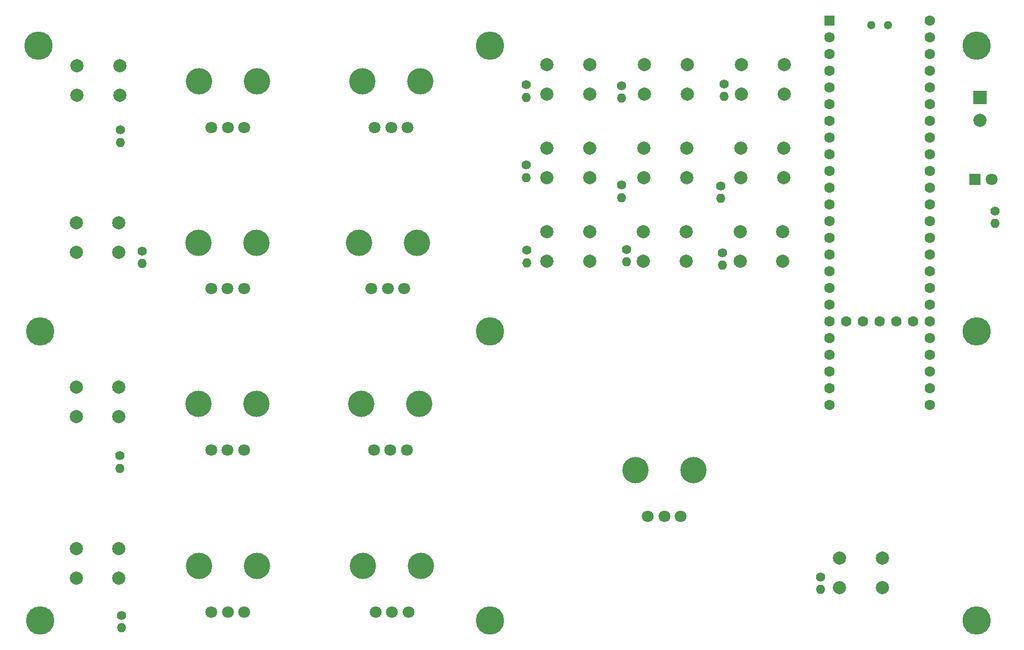
<source format=gbr>
%TF.GenerationSoftware,KiCad,Pcbnew,(5.1.4-0-10_14)*%
%TF.CreationDate,2020-08-27T08:39:53+02:00*%
%TF.ProjectId,the_mvp_v1.1,7468655f-6d76-4705-9f76-312e312e6b69,1.1*%
%TF.SameCoordinates,Original*%
%TF.FileFunction,Soldermask,Top*%
%TF.FilePolarity,Negative*%
%FSLAX46Y46*%
G04 Gerber Fmt 4.6, Leading zero omitted, Abs format (unit mm)*
G04 Created by KiCad (PCBNEW (5.1.4-0-10_14)) date 2020-08-27 08:39:53*
%MOMM*%
%LPD*%
G04 APERTURE LIST*
%ADD10C,2.000000*%
%ADD11C,4.300000*%
%ADD12O,1.400000X1.400000*%
%ADD13C,1.400000*%
%ADD14C,1.800000*%
%ADD15R,1.800000X1.800000*%
%ADD16R,2.000000X2.000000*%
%ADD17C,1.300000*%
%ADD18C,1.600000*%
%ADD19R,1.600000X1.600000*%
%ADD20C,4.000000*%
G04 APERTURE END LIST*
D10*
X94130000Y-70612000D03*
X94130000Y-75112000D03*
X87630000Y-70612000D03*
X87630000Y-75112000D03*
X94003000Y-94488000D03*
X94003000Y-98988000D03*
X87503000Y-94488000D03*
X87503000Y-98988000D03*
X94003000Y-119507000D03*
X94003000Y-124007000D03*
X87503000Y-119507000D03*
X87503000Y-124007000D03*
D11*
X82042000Y-154940000D03*
X82042000Y-110998000D03*
X81788000Y-67564000D03*
X150368000Y-67564000D03*
X150368000Y-111000000D03*
X150368000Y-154940000D03*
X224282000Y-111000000D03*
X224282000Y-154940000D03*
X224282000Y-67564000D03*
D10*
X195032000Y-70421500D03*
X195032000Y-74921500D03*
X188532000Y-70421500D03*
X188532000Y-74921500D03*
X180172000Y-95885000D03*
X180172000Y-100385000D03*
X173672000Y-95885000D03*
X173672000Y-100385000D03*
D12*
X227076000Y-94610000D03*
D13*
X227076000Y-92710000D03*
D12*
X200533000Y-150236000D03*
D13*
X200533000Y-148336000D03*
D12*
X185674000Y-100960000D03*
D13*
X185674000Y-99060000D03*
D12*
X185420000Y-90800000D03*
D13*
X185420000Y-88900000D03*
D12*
X185928000Y-75306000D03*
D13*
X185928000Y-73406000D03*
D12*
X171069000Y-100452000D03*
D13*
X171069000Y-98552000D03*
D12*
X170307000Y-90673000D03*
D13*
X170307000Y-88773000D03*
D12*
X170307000Y-75560000D03*
D13*
X170307000Y-73660000D03*
D12*
X155956000Y-100579000D03*
D13*
X155956000Y-98679000D03*
D12*
X155829000Y-87625000D03*
D13*
X155829000Y-85725000D03*
D12*
X155829000Y-75433000D03*
D13*
X155829000Y-73533000D03*
D12*
X94361000Y-156078000D03*
D13*
X94361000Y-154178000D03*
D12*
X94107000Y-131821000D03*
D13*
X94107000Y-129921000D03*
D12*
X97536000Y-100706000D03*
D13*
X97536000Y-98806000D03*
D12*
X94234000Y-82291000D03*
D13*
X94234000Y-80391000D03*
D14*
X226568000Y-87884000D03*
D15*
X224028000Y-87884000D03*
D10*
X224790000Y-78938000D03*
D16*
X224790000Y-75438000D03*
D10*
X165504000Y-95885000D03*
X165504000Y-100385000D03*
X159004000Y-95885000D03*
X159004000Y-100385000D03*
D17*
X210820000Y-64484000D03*
X208280000Y-64484000D03*
D18*
X214630000Y-109474000D03*
X212090000Y-109474000D03*
X209550000Y-109474000D03*
X207010000Y-109474000D03*
X204470000Y-109474000D03*
X201930000Y-104394000D03*
X201930000Y-106934000D03*
X201930000Y-109474000D03*
X201930000Y-112014000D03*
X201930000Y-101854000D03*
X201930000Y-99314000D03*
X201930000Y-96774000D03*
X201930000Y-114554000D03*
X201930000Y-117094000D03*
X201930000Y-119634000D03*
X201930000Y-122174000D03*
X217170000Y-122174000D03*
X217170000Y-119634000D03*
X217170000Y-117094000D03*
X217170000Y-114554000D03*
X217170000Y-112014000D03*
X217170000Y-109474000D03*
X217170000Y-106934000D03*
X217170000Y-104394000D03*
X217170000Y-101854000D03*
X217170000Y-99314000D03*
X201930000Y-94234000D03*
X201930000Y-91694000D03*
X201930000Y-89154000D03*
X201930000Y-86614000D03*
X201930000Y-84074000D03*
X201930000Y-81534000D03*
X201930000Y-78994000D03*
X201930000Y-76454000D03*
X201930000Y-73914000D03*
X201930000Y-71374000D03*
X201930000Y-68834000D03*
X201930000Y-66294000D03*
D19*
X201930000Y-63754000D03*
D18*
X217170000Y-96774000D03*
X217170000Y-94234000D03*
X217170000Y-91694000D03*
X217170000Y-89154000D03*
X217170000Y-86614000D03*
X217170000Y-84074000D03*
X217170000Y-81534000D03*
X217170000Y-78994000D03*
X217170000Y-76454000D03*
X217170000Y-73914000D03*
X217170000Y-71374000D03*
X217170000Y-68834000D03*
X217170000Y-66294000D03*
X217170000Y-63754000D03*
D10*
X209954000Y-145478000D03*
X209954000Y-149978000D03*
X203454000Y-145478000D03*
X203454000Y-149978000D03*
D20*
X114890000Y-122032000D03*
X106090000Y-122032000D03*
D14*
X112990000Y-129032000D03*
X110490000Y-129032000D03*
X107990000Y-129032000D03*
D20*
X139250000Y-97521000D03*
X130450000Y-97521000D03*
D14*
X137350000Y-104521000D03*
X134850000Y-104521000D03*
X132350000Y-104521000D03*
D20*
X114930000Y-146670000D03*
X106130000Y-146670000D03*
D14*
X113030000Y-153670000D03*
X110530000Y-153670000D03*
X108030000Y-153670000D03*
D20*
X181224000Y-132128000D03*
X172424000Y-132128000D03*
D14*
X179324000Y-139128000D03*
X176824000Y-139128000D03*
X174324000Y-139128000D03*
D20*
X139886000Y-146670000D03*
X131086000Y-146670000D03*
D14*
X137986000Y-153670000D03*
X135486000Y-153670000D03*
X132986000Y-153670000D03*
D20*
X139632000Y-122032000D03*
X130832000Y-122032000D03*
D14*
X137732000Y-129032000D03*
X135232000Y-129032000D03*
X132732000Y-129032000D03*
D20*
X139758000Y-73010000D03*
X130958000Y-73010000D03*
D14*
X137858000Y-80010000D03*
X135358000Y-80010000D03*
X132858000Y-80010000D03*
D20*
X114890000Y-97521000D03*
X106090000Y-97521000D03*
D14*
X112990000Y-104521000D03*
X110490000Y-104521000D03*
X107990000Y-104521000D03*
D20*
X114930000Y-73010000D03*
X106130000Y-73010000D03*
D14*
X113030000Y-80010000D03*
X110530000Y-80010000D03*
X108030000Y-80010000D03*
D10*
X94003000Y-144018000D03*
X94003000Y-148518000D03*
X87503000Y-144018000D03*
X87503000Y-148518000D03*
X194841000Y-95885000D03*
X194841000Y-100385000D03*
X188341000Y-95885000D03*
X188341000Y-100385000D03*
X194968000Y-83185000D03*
X194968000Y-87685000D03*
X188468000Y-83185000D03*
X188468000Y-87685000D03*
X180236000Y-83185000D03*
X180236000Y-87685000D03*
X173736000Y-83185000D03*
X173736000Y-87685000D03*
X180300000Y-70421500D03*
X180300000Y-74921500D03*
X173800000Y-70421500D03*
X173800000Y-74921500D03*
X165504000Y-83185000D03*
X165504000Y-87685000D03*
X159004000Y-83185000D03*
X159004000Y-87685000D03*
X165504000Y-70485000D03*
X165504000Y-74985000D03*
X159004000Y-70485000D03*
X159004000Y-74985000D03*
M02*

</source>
